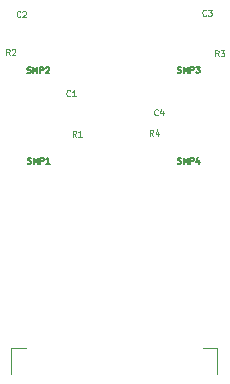
<source format=gbr>
%TF.GenerationSoftware,KiCad,Pcbnew,8.0.3*%
%TF.CreationDate,2024-07-19T20:57:39-07:00*%
%TF.ProjectId,wide_v1_4_layer,77696465-5f76-4315-9f34-5f6c61796572,V1*%
%TF.SameCoordinates,Original*%
%TF.FileFunction,Legend,Top*%
%TF.FilePolarity,Positive*%
%FSLAX46Y46*%
G04 Gerber Fmt 4.6, Leading zero omitted, Abs format (unit mm)*
G04 Created by KiCad (PCBNEW 8.0.3) date 2024-07-19 20:57:39*
%MOMM*%
%LPD*%
G01*
G04 APERTURE LIST*
%ADD10C,0.125000*%
%ADD11C,0.127000*%
%ADD12C,0.100000*%
G04 APERTURE END LIST*
D10*
X87626997Y-105432309D02*
X87460331Y-105194214D01*
X87341283Y-105432309D02*
X87341283Y-104932309D01*
X87341283Y-104932309D02*
X87531759Y-104932309D01*
X87531759Y-104932309D02*
X87579378Y-104956119D01*
X87579378Y-104956119D02*
X87603188Y-104979928D01*
X87603188Y-104979928D02*
X87626997Y-105027547D01*
X87626997Y-105027547D02*
X87626997Y-105098976D01*
X87626997Y-105098976D02*
X87603188Y-105146595D01*
X87603188Y-105146595D02*
X87579378Y-105170404D01*
X87579378Y-105170404D02*
X87531759Y-105194214D01*
X87531759Y-105194214D02*
X87341283Y-105194214D01*
X87793664Y-104932309D02*
X88103188Y-104932309D01*
X88103188Y-104932309D02*
X87936521Y-105122785D01*
X87936521Y-105122785D02*
X88007950Y-105122785D01*
X88007950Y-105122785D02*
X88055569Y-105146595D01*
X88055569Y-105146595D02*
X88079378Y-105170404D01*
X88079378Y-105170404D02*
X88103188Y-105218023D01*
X88103188Y-105218023D02*
X88103188Y-105337071D01*
X88103188Y-105337071D02*
X88079378Y-105384690D01*
X88079378Y-105384690D02*
X88055569Y-105408500D01*
X88055569Y-105408500D02*
X88007950Y-105432309D01*
X88007950Y-105432309D02*
X87865093Y-105432309D01*
X87865093Y-105432309D02*
X87817474Y-105408500D01*
X87817474Y-105408500D02*
X87793664Y-105384690D01*
X75556997Y-112242309D02*
X75390331Y-112004214D01*
X75271283Y-112242309D02*
X75271283Y-111742309D01*
X75271283Y-111742309D02*
X75461759Y-111742309D01*
X75461759Y-111742309D02*
X75509378Y-111766119D01*
X75509378Y-111766119D02*
X75533188Y-111789928D01*
X75533188Y-111789928D02*
X75556997Y-111837547D01*
X75556997Y-111837547D02*
X75556997Y-111908976D01*
X75556997Y-111908976D02*
X75533188Y-111956595D01*
X75533188Y-111956595D02*
X75509378Y-111980404D01*
X75509378Y-111980404D02*
X75461759Y-112004214D01*
X75461759Y-112004214D02*
X75271283Y-112004214D01*
X76033188Y-112242309D02*
X75747474Y-112242309D01*
X75890331Y-112242309D02*
X75890331Y-111742309D01*
X75890331Y-111742309D02*
X75842712Y-111813738D01*
X75842712Y-111813738D02*
X75795093Y-111861357D01*
X75795093Y-111861357D02*
X75747474Y-111885166D01*
X82486997Y-110384690D02*
X82463188Y-110408500D01*
X82463188Y-110408500D02*
X82391759Y-110432309D01*
X82391759Y-110432309D02*
X82344140Y-110432309D01*
X82344140Y-110432309D02*
X82272712Y-110408500D01*
X82272712Y-110408500D02*
X82225093Y-110360880D01*
X82225093Y-110360880D02*
X82201283Y-110313261D01*
X82201283Y-110313261D02*
X82177474Y-110218023D01*
X82177474Y-110218023D02*
X82177474Y-110146595D01*
X82177474Y-110146595D02*
X82201283Y-110051357D01*
X82201283Y-110051357D02*
X82225093Y-110003738D01*
X82225093Y-110003738D02*
X82272712Y-109956119D01*
X82272712Y-109956119D02*
X82344140Y-109932309D01*
X82344140Y-109932309D02*
X82391759Y-109932309D01*
X82391759Y-109932309D02*
X82463188Y-109956119D01*
X82463188Y-109956119D02*
X82486997Y-109979928D01*
X82915569Y-110098976D02*
X82915569Y-110432309D01*
X82796521Y-109908500D02*
X82677474Y-110265642D01*
X82677474Y-110265642D02*
X82986997Y-110265642D01*
X69936997Y-105322309D02*
X69770331Y-105084214D01*
X69651283Y-105322309D02*
X69651283Y-104822309D01*
X69651283Y-104822309D02*
X69841759Y-104822309D01*
X69841759Y-104822309D02*
X69889378Y-104846119D01*
X69889378Y-104846119D02*
X69913188Y-104869928D01*
X69913188Y-104869928D02*
X69936997Y-104917547D01*
X69936997Y-104917547D02*
X69936997Y-104988976D01*
X69936997Y-104988976D02*
X69913188Y-105036595D01*
X69913188Y-105036595D02*
X69889378Y-105060404D01*
X69889378Y-105060404D02*
X69841759Y-105084214D01*
X69841759Y-105084214D02*
X69651283Y-105084214D01*
X70127474Y-104869928D02*
X70151283Y-104846119D01*
X70151283Y-104846119D02*
X70198902Y-104822309D01*
X70198902Y-104822309D02*
X70317950Y-104822309D01*
X70317950Y-104822309D02*
X70365569Y-104846119D01*
X70365569Y-104846119D02*
X70389378Y-104869928D01*
X70389378Y-104869928D02*
X70413188Y-104917547D01*
X70413188Y-104917547D02*
X70413188Y-104965166D01*
X70413188Y-104965166D02*
X70389378Y-105036595D01*
X70389378Y-105036595D02*
X70103664Y-105322309D01*
X70103664Y-105322309D02*
X70413188Y-105322309D01*
X70836997Y-102064690D02*
X70813188Y-102088500D01*
X70813188Y-102088500D02*
X70741759Y-102112309D01*
X70741759Y-102112309D02*
X70694140Y-102112309D01*
X70694140Y-102112309D02*
X70622712Y-102088500D01*
X70622712Y-102088500D02*
X70575093Y-102040880D01*
X70575093Y-102040880D02*
X70551283Y-101993261D01*
X70551283Y-101993261D02*
X70527474Y-101898023D01*
X70527474Y-101898023D02*
X70527474Y-101826595D01*
X70527474Y-101826595D02*
X70551283Y-101731357D01*
X70551283Y-101731357D02*
X70575093Y-101683738D01*
X70575093Y-101683738D02*
X70622712Y-101636119D01*
X70622712Y-101636119D02*
X70694140Y-101612309D01*
X70694140Y-101612309D02*
X70741759Y-101612309D01*
X70741759Y-101612309D02*
X70813188Y-101636119D01*
X70813188Y-101636119D02*
X70836997Y-101659928D01*
X71027474Y-101659928D02*
X71051283Y-101636119D01*
X71051283Y-101636119D02*
X71098902Y-101612309D01*
X71098902Y-101612309D02*
X71217950Y-101612309D01*
X71217950Y-101612309D02*
X71265569Y-101636119D01*
X71265569Y-101636119D02*
X71289378Y-101659928D01*
X71289378Y-101659928D02*
X71313188Y-101707547D01*
X71313188Y-101707547D02*
X71313188Y-101755166D01*
X71313188Y-101755166D02*
X71289378Y-101826595D01*
X71289378Y-101826595D02*
X71003664Y-102112309D01*
X71003664Y-102112309D02*
X71313188Y-102112309D01*
X82106997Y-112152309D02*
X81940331Y-111914214D01*
X81821283Y-112152309D02*
X81821283Y-111652309D01*
X81821283Y-111652309D02*
X82011759Y-111652309D01*
X82011759Y-111652309D02*
X82059378Y-111676119D01*
X82059378Y-111676119D02*
X82083188Y-111699928D01*
X82083188Y-111699928D02*
X82106997Y-111747547D01*
X82106997Y-111747547D02*
X82106997Y-111818976D01*
X82106997Y-111818976D02*
X82083188Y-111866595D01*
X82083188Y-111866595D02*
X82059378Y-111890404D01*
X82059378Y-111890404D02*
X82011759Y-111914214D01*
X82011759Y-111914214D02*
X81821283Y-111914214D01*
X82535569Y-111818976D02*
X82535569Y-112152309D01*
X82416521Y-111628500D02*
X82297474Y-111985642D01*
X82297474Y-111985642D02*
X82606997Y-111985642D01*
X75046997Y-108764690D02*
X75023188Y-108788500D01*
X75023188Y-108788500D02*
X74951759Y-108812309D01*
X74951759Y-108812309D02*
X74904140Y-108812309D01*
X74904140Y-108812309D02*
X74832712Y-108788500D01*
X74832712Y-108788500D02*
X74785093Y-108740880D01*
X74785093Y-108740880D02*
X74761283Y-108693261D01*
X74761283Y-108693261D02*
X74737474Y-108598023D01*
X74737474Y-108598023D02*
X74737474Y-108526595D01*
X74737474Y-108526595D02*
X74761283Y-108431357D01*
X74761283Y-108431357D02*
X74785093Y-108383738D01*
X74785093Y-108383738D02*
X74832712Y-108336119D01*
X74832712Y-108336119D02*
X74904140Y-108312309D01*
X74904140Y-108312309D02*
X74951759Y-108312309D01*
X74951759Y-108312309D02*
X75023188Y-108336119D01*
X75023188Y-108336119D02*
X75046997Y-108359928D01*
X75523188Y-108812309D02*
X75237474Y-108812309D01*
X75380331Y-108812309D02*
X75380331Y-108312309D01*
X75380331Y-108312309D02*
X75332712Y-108383738D01*
X75332712Y-108383738D02*
X75285093Y-108431357D01*
X75285093Y-108431357D02*
X75237474Y-108455166D01*
X86566997Y-101964690D02*
X86543188Y-101988500D01*
X86543188Y-101988500D02*
X86471759Y-102012309D01*
X86471759Y-102012309D02*
X86424140Y-102012309D01*
X86424140Y-102012309D02*
X86352712Y-101988500D01*
X86352712Y-101988500D02*
X86305093Y-101940880D01*
X86305093Y-101940880D02*
X86281283Y-101893261D01*
X86281283Y-101893261D02*
X86257474Y-101798023D01*
X86257474Y-101798023D02*
X86257474Y-101726595D01*
X86257474Y-101726595D02*
X86281283Y-101631357D01*
X86281283Y-101631357D02*
X86305093Y-101583738D01*
X86305093Y-101583738D02*
X86352712Y-101536119D01*
X86352712Y-101536119D02*
X86424140Y-101512309D01*
X86424140Y-101512309D02*
X86471759Y-101512309D01*
X86471759Y-101512309D02*
X86543188Y-101536119D01*
X86543188Y-101536119D02*
X86566997Y-101559928D01*
X86733664Y-101512309D02*
X87043188Y-101512309D01*
X87043188Y-101512309D02*
X86876521Y-101702785D01*
X86876521Y-101702785D02*
X86947950Y-101702785D01*
X86947950Y-101702785D02*
X86995569Y-101726595D01*
X86995569Y-101726595D02*
X87019378Y-101750404D01*
X87019378Y-101750404D02*
X87043188Y-101798023D01*
X87043188Y-101798023D02*
X87043188Y-101917071D01*
X87043188Y-101917071D02*
X87019378Y-101964690D01*
X87019378Y-101964690D02*
X86995569Y-101988500D01*
X86995569Y-101988500D02*
X86947950Y-102012309D01*
X86947950Y-102012309D02*
X86805093Y-102012309D01*
X86805093Y-102012309D02*
X86757474Y-101988500D01*
X86757474Y-101988500D02*
X86733664Y-101964690D01*
D11*
X71448666Y-106834216D02*
X71521238Y-106858406D01*
X71521238Y-106858406D02*
X71642190Y-106858406D01*
X71642190Y-106858406D02*
X71690571Y-106834216D01*
X71690571Y-106834216D02*
X71714762Y-106810025D01*
X71714762Y-106810025D02*
X71738952Y-106761644D01*
X71738952Y-106761644D02*
X71738952Y-106713263D01*
X71738952Y-106713263D02*
X71714762Y-106664882D01*
X71714762Y-106664882D02*
X71690571Y-106640692D01*
X71690571Y-106640692D02*
X71642190Y-106616501D01*
X71642190Y-106616501D02*
X71545428Y-106592311D01*
X71545428Y-106592311D02*
X71497047Y-106568120D01*
X71497047Y-106568120D02*
X71472857Y-106543930D01*
X71472857Y-106543930D02*
X71448666Y-106495549D01*
X71448666Y-106495549D02*
X71448666Y-106447168D01*
X71448666Y-106447168D02*
X71472857Y-106398787D01*
X71472857Y-106398787D02*
X71497047Y-106374596D01*
X71497047Y-106374596D02*
X71545428Y-106350406D01*
X71545428Y-106350406D02*
X71666381Y-106350406D01*
X71666381Y-106350406D02*
X71738952Y-106374596D01*
X71956667Y-106858406D02*
X71956667Y-106350406D01*
X71956667Y-106350406D02*
X72126000Y-106713263D01*
X72126000Y-106713263D02*
X72295334Y-106350406D01*
X72295334Y-106350406D02*
X72295334Y-106858406D01*
X72537238Y-106858406D02*
X72537238Y-106350406D01*
X72537238Y-106350406D02*
X72730762Y-106350406D01*
X72730762Y-106350406D02*
X72779143Y-106374596D01*
X72779143Y-106374596D02*
X72803333Y-106398787D01*
X72803333Y-106398787D02*
X72827524Y-106447168D01*
X72827524Y-106447168D02*
X72827524Y-106519739D01*
X72827524Y-106519739D02*
X72803333Y-106568120D01*
X72803333Y-106568120D02*
X72779143Y-106592311D01*
X72779143Y-106592311D02*
X72730762Y-106616501D01*
X72730762Y-106616501D02*
X72537238Y-106616501D01*
X73021047Y-106398787D02*
X73045238Y-106374596D01*
X73045238Y-106374596D02*
X73093619Y-106350406D01*
X73093619Y-106350406D02*
X73214571Y-106350406D01*
X73214571Y-106350406D02*
X73262952Y-106374596D01*
X73262952Y-106374596D02*
X73287143Y-106398787D01*
X73287143Y-106398787D02*
X73311333Y-106447168D01*
X73311333Y-106447168D02*
X73311333Y-106495549D01*
X73311333Y-106495549D02*
X73287143Y-106568120D01*
X73287143Y-106568120D02*
X72996857Y-106858406D01*
X72996857Y-106858406D02*
X73311333Y-106858406D01*
X84158666Y-106804216D02*
X84231238Y-106828406D01*
X84231238Y-106828406D02*
X84352190Y-106828406D01*
X84352190Y-106828406D02*
X84400571Y-106804216D01*
X84400571Y-106804216D02*
X84424762Y-106780025D01*
X84424762Y-106780025D02*
X84448952Y-106731644D01*
X84448952Y-106731644D02*
X84448952Y-106683263D01*
X84448952Y-106683263D02*
X84424762Y-106634882D01*
X84424762Y-106634882D02*
X84400571Y-106610692D01*
X84400571Y-106610692D02*
X84352190Y-106586501D01*
X84352190Y-106586501D02*
X84255428Y-106562311D01*
X84255428Y-106562311D02*
X84207047Y-106538120D01*
X84207047Y-106538120D02*
X84182857Y-106513930D01*
X84182857Y-106513930D02*
X84158666Y-106465549D01*
X84158666Y-106465549D02*
X84158666Y-106417168D01*
X84158666Y-106417168D02*
X84182857Y-106368787D01*
X84182857Y-106368787D02*
X84207047Y-106344596D01*
X84207047Y-106344596D02*
X84255428Y-106320406D01*
X84255428Y-106320406D02*
X84376381Y-106320406D01*
X84376381Y-106320406D02*
X84448952Y-106344596D01*
X84666667Y-106828406D02*
X84666667Y-106320406D01*
X84666667Y-106320406D02*
X84836000Y-106683263D01*
X84836000Y-106683263D02*
X85005334Y-106320406D01*
X85005334Y-106320406D02*
X85005334Y-106828406D01*
X85247238Y-106828406D02*
X85247238Y-106320406D01*
X85247238Y-106320406D02*
X85440762Y-106320406D01*
X85440762Y-106320406D02*
X85489143Y-106344596D01*
X85489143Y-106344596D02*
X85513333Y-106368787D01*
X85513333Y-106368787D02*
X85537524Y-106417168D01*
X85537524Y-106417168D02*
X85537524Y-106489739D01*
X85537524Y-106489739D02*
X85513333Y-106538120D01*
X85513333Y-106538120D02*
X85489143Y-106562311D01*
X85489143Y-106562311D02*
X85440762Y-106586501D01*
X85440762Y-106586501D02*
X85247238Y-106586501D01*
X85706857Y-106320406D02*
X86021333Y-106320406D01*
X86021333Y-106320406D02*
X85852000Y-106513930D01*
X85852000Y-106513930D02*
X85924571Y-106513930D01*
X85924571Y-106513930D02*
X85972952Y-106538120D01*
X85972952Y-106538120D02*
X85997143Y-106562311D01*
X85997143Y-106562311D02*
X86021333Y-106610692D01*
X86021333Y-106610692D02*
X86021333Y-106731644D01*
X86021333Y-106731644D02*
X85997143Y-106780025D01*
X85997143Y-106780025D02*
X85972952Y-106804216D01*
X85972952Y-106804216D02*
X85924571Y-106828406D01*
X85924571Y-106828406D02*
X85779428Y-106828406D01*
X85779428Y-106828406D02*
X85731047Y-106804216D01*
X85731047Y-106804216D02*
X85706857Y-106780025D01*
X71458666Y-114504216D02*
X71531238Y-114528406D01*
X71531238Y-114528406D02*
X71652190Y-114528406D01*
X71652190Y-114528406D02*
X71700571Y-114504216D01*
X71700571Y-114504216D02*
X71724762Y-114480025D01*
X71724762Y-114480025D02*
X71748952Y-114431644D01*
X71748952Y-114431644D02*
X71748952Y-114383263D01*
X71748952Y-114383263D02*
X71724762Y-114334882D01*
X71724762Y-114334882D02*
X71700571Y-114310692D01*
X71700571Y-114310692D02*
X71652190Y-114286501D01*
X71652190Y-114286501D02*
X71555428Y-114262311D01*
X71555428Y-114262311D02*
X71507047Y-114238120D01*
X71507047Y-114238120D02*
X71482857Y-114213930D01*
X71482857Y-114213930D02*
X71458666Y-114165549D01*
X71458666Y-114165549D02*
X71458666Y-114117168D01*
X71458666Y-114117168D02*
X71482857Y-114068787D01*
X71482857Y-114068787D02*
X71507047Y-114044596D01*
X71507047Y-114044596D02*
X71555428Y-114020406D01*
X71555428Y-114020406D02*
X71676381Y-114020406D01*
X71676381Y-114020406D02*
X71748952Y-114044596D01*
X71966667Y-114528406D02*
X71966667Y-114020406D01*
X71966667Y-114020406D02*
X72136000Y-114383263D01*
X72136000Y-114383263D02*
X72305334Y-114020406D01*
X72305334Y-114020406D02*
X72305334Y-114528406D01*
X72547238Y-114528406D02*
X72547238Y-114020406D01*
X72547238Y-114020406D02*
X72740762Y-114020406D01*
X72740762Y-114020406D02*
X72789143Y-114044596D01*
X72789143Y-114044596D02*
X72813333Y-114068787D01*
X72813333Y-114068787D02*
X72837524Y-114117168D01*
X72837524Y-114117168D02*
X72837524Y-114189739D01*
X72837524Y-114189739D02*
X72813333Y-114238120D01*
X72813333Y-114238120D02*
X72789143Y-114262311D01*
X72789143Y-114262311D02*
X72740762Y-114286501D01*
X72740762Y-114286501D02*
X72547238Y-114286501D01*
X73321333Y-114528406D02*
X73031047Y-114528406D01*
X73176190Y-114528406D02*
X73176190Y-114020406D01*
X73176190Y-114020406D02*
X73127809Y-114092977D01*
X73127809Y-114092977D02*
X73079428Y-114141358D01*
X73079428Y-114141358D02*
X73031047Y-114165549D01*
X84158666Y-114504216D02*
X84231238Y-114528406D01*
X84231238Y-114528406D02*
X84352190Y-114528406D01*
X84352190Y-114528406D02*
X84400571Y-114504216D01*
X84400571Y-114504216D02*
X84424762Y-114480025D01*
X84424762Y-114480025D02*
X84448952Y-114431644D01*
X84448952Y-114431644D02*
X84448952Y-114383263D01*
X84448952Y-114383263D02*
X84424762Y-114334882D01*
X84424762Y-114334882D02*
X84400571Y-114310692D01*
X84400571Y-114310692D02*
X84352190Y-114286501D01*
X84352190Y-114286501D02*
X84255428Y-114262311D01*
X84255428Y-114262311D02*
X84207047Y-114238120D01*
X84207047Y-114238120D02*
X84182857Y-114213930D01*
X84182857Y-114213930D02*
X84158666Y-114165549D01*
X84158666Y-114165549D02*
X84158666Y-114117168D01*
X84158666Y-114117168D02*
X84182857Y-114068787D01*
X84182857Y-114068787D02*
X84207047Y-114044596D01*
X84207047Y-114044596D02*
X84255428Y-114020406D01*
X84255428Y-114020406D02*
X84376381Y-114020406D01*
X84376381Y-114020406D02*
X84448952Y-114044596D01*
X84666667Y-114528406D02*
X84666667Y-114020406D01*
X84666667Y-114020406D02*
X84836000Y-114383263D01*
X84836000Y-114383263D02*
X85005334Y-114020406D01*
X85005334Y-114020406D02*
X85005334Y-114528406D01*
X85247238Y-114528406D02*
X85247238Y-114020406D01*
X85247238Y-114020406D02*
X85440762Y-114020406D01*
X85440762Y-114020406D02*
X85489143Y-114044596D01*
X85489143Y-114044596D02*
X85513333Y-114068787D01*
X85513333Y-114068787D02*
X85537524Y-114117168D01*
X85537524Y-114117168D02*
X85537524Y-114189739D01*
X85537524Y-114189739D02*
X85513333Y-114238120D01*
X85513333Y-114238120D02*
X85489143Y-114262311D01*
X85489143Y-114262311D02*
X85440762Y-114286501D01*
X85440762Y-114286501D02*
X85247238Y-114286501D01*
X85972952Y-114189739D02*
X85972952Y-114528406D01*
X85852000Y-113996216D02*
X85731047Y-114359073D01*
X85731047Y-114359073D02*
X86045524Y-114359073D01*
D12*
%TO.C,ZIF1*%
X70091600Y-130136600D02*
X70091600Y-132361600D01*
X71291600Y-130136600D02*
X70091600Y-130136600D01*
X86291600Y-130136600D02*
X87491600Y-130136600D01*
X87491600Y-130136600D02*
X87491600Y-132361600D01*
%TD*%
M02*

</source>
